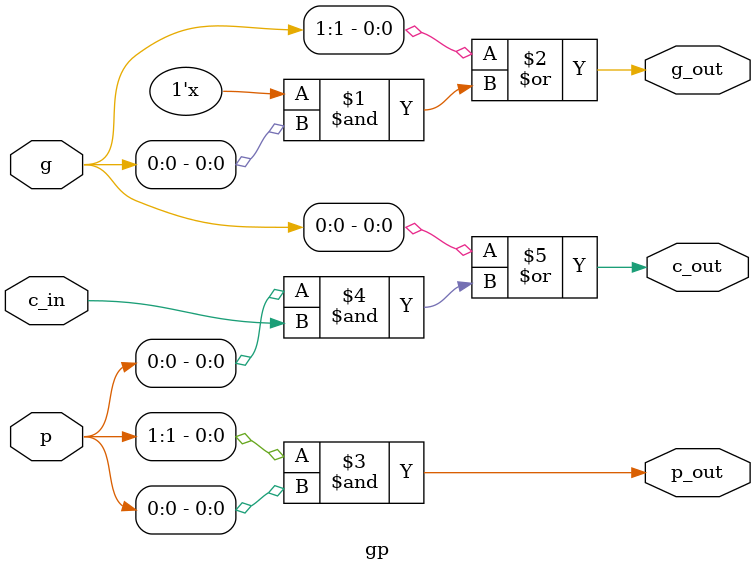
<source format=v>
module gp (g, p, c_in, c_out, g_out, p_out);

	input [1:0] g, p;
	input c_in;
	
	output c_out, p_out, g_out;
	
	assign g_out = g[1] | P[1] & g[0];
	assign p_out = p[1] & p[0];
	assign c_out = g[0] | p[0] & c_in;

endmodule
</source>
